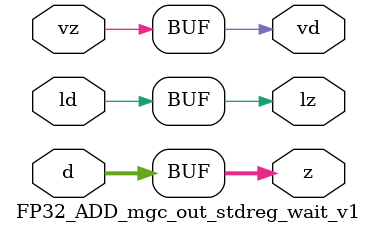
<source format=v>
module FP32_ADD_mgc_out_stdreg_wait_v1 (ld, vd, d, lz, vz, z);
  parameter integer rscid = 1;
  parameter integer width = 8;
  input ld;
  output vd;
  input [width-1:0] d;
  output lz;
  input vz;
  output [width-1:0] z;
  wire vd;
  wire lz;
  wire [width-1:0] z;
  assign z = d;
  assign lz = ld;
  assign vd = vz;
endmodule
</source>
